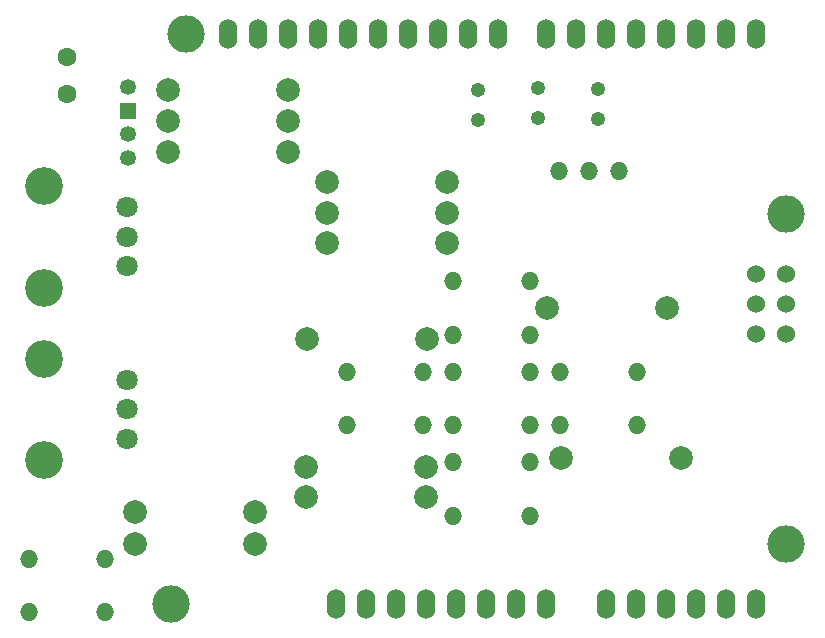
<source format=gbs>
G04 #@! TF.FileFunction,Soldermask,Bot*
%FSLAX46Y46*%
G04 Gerber Fmt 4.6, Leading zero omitted, Abs format (unit mm)*
G04 Created by KiCad (PCBNEW 0.201511131146+6311~30~ubuntu14.04.1-product) date sáb 14 nov 2015 21:16:08 CET*
%MOMM*%
G01*
G04 APERTURE LIST*
%ADD10C,0.100000*%
%ADD11O,1.524000X2.540000*%
%ADD12C,3.175000*%
%ADD13C,1.524000*%
%ADD14C,1.998980*%
%ADD15C,3.200000*%
%ADD16C,1.800000*%
%ADD17O,1.219200X1.219200*%
%ADD18C,1.351280*%
%ADD19R,1.351280X1.351280*%
%ADD20O,1.524000X1.524000*%
%ADD21C,1.600200*%
G04 APERTURE END LIST*
D10*
D11*
X190470600Y-135229600D03*
X187930600Y-135229600D03*
X185390600Y-135229600D03*
X177770600Y-135229600D03*
X180310600Y-135229600D03*
X182850600Y-135229600D03*
X172690600Y-135229600D03*
X170150600Y-135229600D03*
X167610600Y-135229600D03*
X162530600Y-135229600D03*
X159990600Y-135229600D03*
X190470600Y-86969600D03*
X187930600Y-86969600D03*
X185390600Y-86969600D03*
X182850600Y-86969600D03*
X180310600Y-86969600D03*
X177770600Y-86969600D03*
X175230600Y-86969600D03*
X172690600Y-86969600D03*
X168626600Y-86969600D03*
X166086600Y-86969600D03*
X163546600Y-86969600D03*
X161006600Y-86969600D03*
X158466600Y-86969600D03*
X155926600Y-86969600D03*
X153386600Y-86969600D03*
X150846600Y-86969600D03*
X165070600Y-135229600D03*
D12*
X193010600Y-130149600D03*
X193010600Y-102209600D03*
X142210600Y-86969600D03*
X140940600Y-135229600D03*
D11*
X148306600Y-86969600D03*
X145766600Y-86969600D03*
X157450600Y-135229600D03*
X154910600Y-135229600D03*
D13*
X190470600Y-107289600D03*
X193010600Y-107289600D03*
X190470600Y-109829600D03*
X193010600Y-109829600D03*
X190470600Y-112369600D03*
X193010600Y-112369600D03*
D14*
X140614400Y-94348300D03*
X150774400Y-94348300D03*
D15*
X130175000Y-123045000D03*
X130175000Y-114445000D03*
D16*
X137175000Y-118745000D03*
X137175000Y-121245000D03*
X137175000Y-116245000D03*
D17*
X166903479Y-91711408D03*
X166903479Y-94251408D03*
X171983479Y-91505889D03*
X171983479Y-94045889D03*
X177063479Y-91624937D03*
X177063479Y-94164937D03*
D18*
X137276694Y-97454814D03*
X137276694Y-91455334D03*
D19*
X137276694Y-93454314D03*
D18*
X137276694Y-95455834D03*
D20*
X173736000Y-98552000D03*
X176276000Y-98552000D03*
X178816000Y-98552000D03*
D14*
X140677900Y-91681300D03*
X150837900Y-91681300D03*
X162471100Y-123583700D03*
X152311100Y-123583700D03*
X172783500Y-110197900D03*
X182943500Y-110197900D03*
X152438100Y-112763300D03*
X162598100Y-112763300D03*
X162471100Y-126199900D03*
X152311100Y-126199900D03*
X173888400Y-122847100D03*
X184048400Y-122847100D03*
D20*
X164801550Y-123228100D03*
X171303950Y-123228100D03*
X164801550Y-127749300D03*
X171303950Y-127749300D03*
D21*
X132080000Y-92075000D03*
X132080000Y-88900000D03*
D15*
X130175000Y-108440000D03*
X130175000Y-99840000D03*
D16*
X137175000Y-104140000D03*
X137175000Y-106640000D03*
X137175000Y-101640000D03*
D14*
X137858500Y-127457200D03*
X148018500Y-127457200D03*
D20*
X128854200Y-131394200D03*
X135356600Y-131394200D03*
X128854200Y-135915400D03*
X135356600Y-135915400D03*
X164801550Y-115570000D03*
X171303950Y-115570000D03*
X164801550Y-120091200D03*
X171303950Y-120091200D03*
X171303950Y-112433100D03*
X164801550Y-112433100D03*
X171303950Y-107911900D03*
X164801550Y-107911900D03*
X155778200Y-115570000D03*
X162280600Y-115570000D03*
X155778200Y-120091200D03*
X162280600Y-120091200D03*
D14*
X148031200Y-130162300D03*
X137871200Y-130162300D03*
X164287200Y-99453700D03*
X154127200Y-99453700D03*
X164287200Y-102123875D03*
X154127200Y-102123875D03*
X164287200Y-104686100D03*
X154127200Y-104686100D03*
X140614400Y-96977200D03*
X150774400Y-96977200D03*
D20*
X173824900Y-115570000D03*
X180327300Y-115570000D03*
X173824900Y-120091200D03*
X180327300Y-120091200D03*
M02*

</source>
